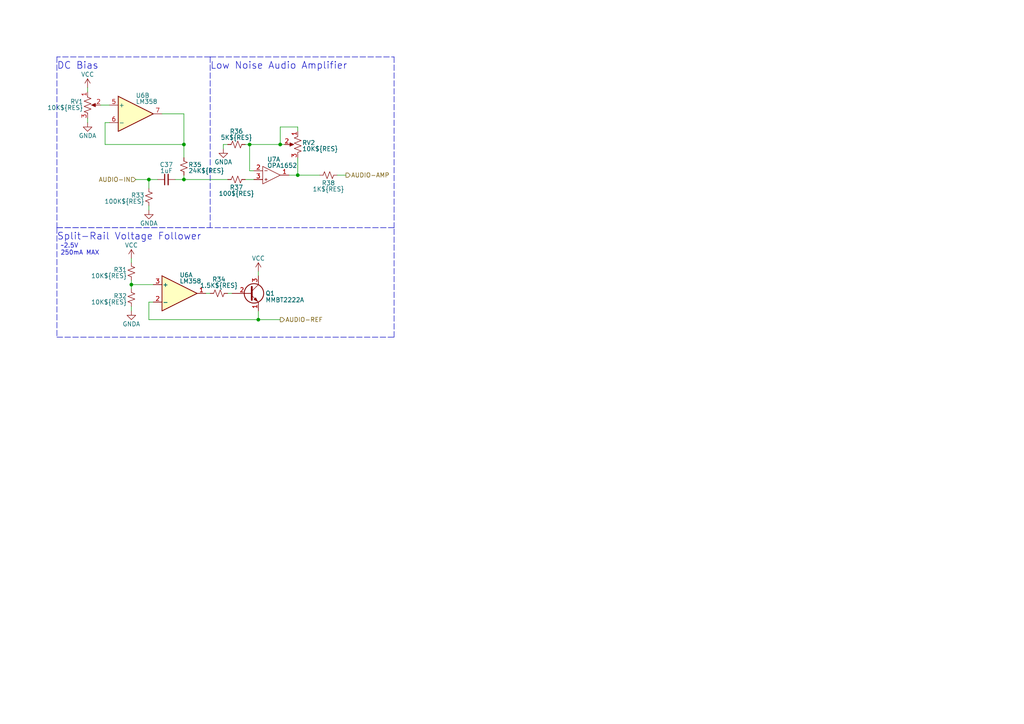
<source format=kicad_sch>
(kicad_sch (version 20211123) (generator eeschema)

  (uuid a7f8b5dd-6f02-4c15-a806-10d000b280a2)

  (paper "A4")

  (title_block
    (title "AUDIO AMPLIFIER AND BIASING")
    (rev "REV6")
    (company "Daxxn Industries")
  )

  (lib_symbols
    (symbol "Amplifier_Operational:LM358" (pin_names (offset 0.127)) (in_bom yes) (on_board yes)
      (property "Reference" "U" (id 0) (at 0 5.08 0)
        (effects (font (size 1.27 1.27)) (justify left))
      )
      (property "Value" "LM358" (id 1) (at 0 -5.08 0)
        (effects (font (size 1.27 1.27)) (justify left))
      )
      (property "Footprint" "" (id 2) (at 0 0 0)
        (effects (font (size 1.27 1.27)) hide)
      )
      (property "Datasheet" "http://www.ti.com/lit/ds/symlink/lm2904-n.pdf" (id 3) (at 0 0 0)
        (effects (font (size 1.27 1.27)) hide)
      )
      (property "ki_locked" "" (id 4) (at 0 0 0)
        (effects (font (size 1.27 1.27)))
      )
      (property "ki_keywords" "dual opamp" (id 5) (at 0 0 0)
        (effects (font (size 1.27 1.27)) hide)
      )
      (property "ki_description" "Low-Power, Dual Operational Amplifiers, DIP-8/SOIC-8/TO-99-8" (id 6) (at 0 0 0)
        (effects (font (size 1.27 1.27)) hide)
      )
      (property "ki_fp_filters" "SOIC*3.9x4.9mm*P1.27mm* DIP*W7.62mm* TO*99* OnSemi*Micro8* TSSOP*3x3mm*P0.65mm* TSSOP*4.4x3mm*P0.65mm* MSOP*3x3mm*P0.65mm* SSOP*3.9x4.9mm*P0.635mm* LFCSP*2x2mm*P0.5mm* *SIP* SOIC*5.3x6.2mm*P1.27mm*" (id 7) (at 0 0 0)
        (effects (font (size 1.27 1.27)) hide)
      )
      (symbol "LM358_1_1"
        (polyline
          (pts
            (xy -5.08 5.08)
            (xy 5.08 0)
            (xy -5.08 -5.08)
            (xy -5.08 5.08)
          )
          (stroke (width 0.254) (type default) (color 0 0 0 0))
          (fill (type background))
        )
        (pin output line (at 7.62 0 180) (length 2.54)
          (name "~" (effects (font (size 1.27 1.27))))
          (number "1" (effects (font (size 1.27 1.27))))
        )
        (pin input line (at -7.62 -2.54 0) (length 2.54)
          (name "-" (effects (font (size 1.27 1.27))))
          (number "2" (effects (font (size 1.27 1.27))))
        )
        (pin input line (at -7.62 2.54 0) (length 2.54)
          (name "+" (effects (font (size 1.27 1.27))))
          (number "3" (effects (font (size 1.27 1.27))))
        )
      )
      (symbol "LM358_2_1"
        (polyline
          (pts
            (xy -5.08 5.08)
            (xy 5.08 0)
            (xy -5.08 -5.08)
            (xy -5.08 5.08)
          )
          (stroke (width 0.254) (type default) (color 0 0 0 0))
          (fill (type background))
        )
        (pin input line (at -7.62 2.54 0) (length 2.54)
          (name "+" (effects (font (size 1.27 1.27))))
          (number "5" (effects (font (size 1.27 1.27))))
        )
        (pin input line (at -7.62 -2.54 0) (length 2.54)
          (name "-" (effects (font (size 1.27 1.27))))
          (number "6" (effects (font (size 1.27 1.27))))
        )
        (pin output line (at 7.62 0 180) (length 2.54)
          (name "~" (effects (font (size 1.27 1.27))))
          (number "7" (effects (font (size 1.27 1.27))))
        )
      )
      (symbol "LM358_3_1"
        (pin power_in line (at -2.54 -7.62 90) (length 3.81)
          (name "V-" (effects (font (size 1.27 1.27))))
          (number "4" (effects (font (size 1.27 1.27))))
        )
        (pin power_in line (at -2.54 7.62 270) (length 3.81)
          (name "V+" (effects (font (size 1.27 1.27))))
          (number "8" (effects (font (size 1.27 1.27))))
        )
      )
    )
    (symbol "Daxxn_OPAMP:OPA1652" (in_bom yes) (on_board yes)
      (property "Reference" "U" (id 0) (at 1.27 5.08 0)
        (effects (font (size 1.27 1.27)) (justify left))
      )
      (property "Value" "OPA1652" (id 1) (at 1.27 2.54 0)
        (effects (font (size 1.27 1.27)) (justify left))
      )
      (property "Footprint" "Package_SO:VSSOP-8_3.0x3.0mm_P0.65mm" (id 2) (at 0 7.62 0)
        (effects (font (size 1.27 1.27)) hide)
      )
      (property "Datasheet" "C:\\Users\\Daxxn\\Documents\\Electrical\\Datasheets\\OPA1654.pdf" (id 3) (at 0 8.89 0)
        (effects (font (size 1.27 1.27)) hide)
      )
      (property "ki_locked" "" (id 4) (at 0 0 0)
        (effects (font (size 1.27 1.27)))
      )
      (property "ki_keywords" "low noise audio opamp dual" (id 5) (at 0 0 0)
        (effects (font (size 1.27 1.27)) hide)
      )
      (property "ki_description" "Low Noise Audio OPAMP" (id 6) (at 0 0 0)
        (effects (font (size 1.27 1.27)) hide)
      )
      (symbol "OPA1652_1_0"
        (text "+" (at 0.96 -1.19 0)
          (effects (font (size 1 1)))
        )
        (text "-" (at 0.96 1.35 0)
          (effects (font (size 1 1)))
        )
        (pin output line (at 7.62 0 180) (length 2.54)
          (name "~" (effects (font (size 1.27 1.27))))
          (number "1" (effects (font (size 1.27 1.27))))
        )
        (pin input line (at -2.54 1.27 0) (length 2.54)
          (name "~" (effects (font (size 1.27 1.27))))
          (number "2" (effects (font (size 1.27 1.27))))
        )
        (pin input line (at -2.54 -1.27 0) (length 2.54)
          (name "~" (effects (font (size 1.27 1.27))))
          (number "3" (effects (font (size 1.27 1.27))))
        )
      )
      (symbol "OPA1652_1_1"
        (polyline
          (pts
            (xy 0 2.54)
            (xy 0 -2.54)
            (xy 5.08 0)
            (xy 0 2.54)
          )
          (stroke (width 0) (type default) (color 0 0 0 0))
          (fill (type none))
        )
      )
      (symbol "OPA1652_2_0"
        (text "+" (at 0.96 -1.19 0)
          (effects (font (size 1 1)))
        )
        (text "-" (at 0.96 1.35 0)
          (effects (font (size 1 1)))
        )
        (pin input line (at -2.54 -1.27 0) (length 2.54)
          (name "~" (effects (font (size 1.27 1.27))))
          (number "5" (effects (font (size 1.27 1.27))))
        )
        (pin input line (at -2.54 1.27 0) (length 2.54)
          (name "~" (effects (font (size 1.27 1.27))))
          (number "6" (effects (font (size 1.27 1.27))))
        )
        (pin output line (at 7.62 0 180) (length 2.54)
          (name "~" (effects (font (size 1.27 1.27))))
          (number "7" (effects (font (size 1.27 1.27))))
        )
      )
      (symbol "OPA1652_2_1"
        (polyline
          (pts
            (xy 0 2.54)
            (xy 0 -2.54)
            (xy 5.08 0)
            (xy 0 2.54)
          )
          (stroke (width 0) (type default) (color 0 0 0 0))
          (fill (type none))
        )
      )
      (symbol "OPA1652_3_0"
        (polyline
          (pts
            (xy -0.508 0.762)
            (xy 0 1.27)
            (xy 0.508 0.762)
          )
          (stroke (width 0) (type default) (color 0 0 0 0))
          (fill (type none))
        )
        (polyline
          (pts
            (xy 0 -1.27)
            (xy -0.508 -0.762)
            (xy 0.508 -0.762)
            (xy 0 -1.27)
          )
          (stroke (width 0) (type default) (color 0 0 0 0))
          (fill (type none))
        )
        (pin power_in line (at 0 -3.81 90) (length 2.54)
          (name "~" (effects (font (size 1.27 1.27))))
          (number "4" (effects (font (size 1.27 1.27))))
        )
        (pin power_in line (at 0 3.81 270) (length 2.54)
          (name "~" (effects (font (size 1.27 1.27))))
          (number "8" (effects (font (size 1.27 1.27))))
        )
      )
    )
    (symbol "Daxxn_Transistors:MMBT2222A" (pin_names (offset 0) hide) (in_bom yes) (on_board yes)
      (property "Reference" "Q" (id 0) (at 5.08 1.905 0)
        (effects (font (size 1.27 1.27)) (justify left))
      )
      (property "Value" "MMBT2222A" (id 1) (at 5.08 0 0)
        (effects (font (size 1.27 1.27)) (justify left))
      )
      (property "Footprint" "Package_TO_SOT_SMD:SOT-23" (id 2) (at 0 12.573 0)
        (effects (font (size 1.27 1.27) italic) (justify left) hide)
      )
      (property "Datasheet" "C:\\Users\\Daxxn\\Documents\\Electrical\\Datasheets\\MMBT2222A.pdf" (id 3) (at 0.127 14.351 0)
        (effects (font (size 1.27 1.27)) (justify left) hide)
      )
      (property "ki_keywords" "NPN Transistor smd general" (id 4) (at 0 0 0)
        (effects (font (size 1.27 1.27)) hide)
      )
      (property "ki_description" "NPN Transistor SMD SOT-23" (id 5) (at 0 0 0)
        (effects (font (size 1.27 1.27)) hide)
      )
      (property "ki_fp_filters" "TO?39*" (id 6) (at 0 0 0)
        (effects (font (size 1.27 1.27)) hide)
      )
      (symbol "MMBT2222A_0_1"
        (polyline
          (pts
            (xy 0.635 0.635)
            (xy 2.54 2.54)
          )
          (stroke (width 0) (type default) (color 0 0 0 0))
          (fill (type none))
        )
        (polyline
          (pts
            (xy 0.635 -0.635)
            (xy 2.54 -2.54)
            (xy 2.54 -2.54)
          )
          (stroke (width 0) (type default) (color 0 0 0 0))
          (fill (type none))
        )
        (polyline
          (pts
            (xy 0.635 1.905)
            (xy 0.635 -1.905)
            (xy 0.635 -1.905)
          )
          (stroke (width 0.508) (type default) (color 0 0 0 0))
          (fill (type none))
        )
        (polyline
          (pts
            (xy 1.27 -1.778)
            (xy 1.778 -1.27)
            (xy 2.286 -2.286)
            (xy 1.27 -1.778)
            (xy 1.27 -1.778)
          )
          (stroke (width 0) (type default) (color 0 0 0 0))
          (fill (type outline))
        )
        (circle (center 1.27 0) (radius 2.8194)
          (stroke (width 0.254) (type default) (color 0 0 0 0))
          (fill (type none))
        )
      )
      (symbol "MMBT2222A_1_1"
        (pin passive line (at 2.54 -5.08 90) (length 2.54)
          (name "E" (effects (font (size 1.27 1.27))))
          (number "1" (effects (font (size 1.27 1.27))))
        )
        (pin passive line (at -5.08 0 0) (length 5.715)
          (name "B" (effects (font (size 1.27 1.27))))
          (number "2" (effects (font (size 1.27 1.27))))
        )
        (pin passive line (at 2.54 5.08 270) (length 2.54)
          (name "C" (effects (font (size 1.27 1.27))))
          (number "3" (effects (font (size 1.27 1.27))))
        )
      )
    )
    (symbol "Device:C_Small" (pin_numbers hide) (pin_names (offset 0.254) hide) (in_bom yes) (on_board yes)
      (property "Reference" "C" (id 0) (at 0.254 1.778 0)
        (effects (font (size 1.27 1.27)) (justify left))
      )
      (property "Value" "C_Small" (id 1) (at 0.254 -2.032 0)
        (effects (font (size 1.27 1.27)) (justify left))
      )
      (property "Footprint" "" (id 2) (at 0 0 0)
        (effects (font (size 1.27 1.27)) hide)
      )
      (property "Datasheet" "~" (id 3) (at 0 0 0)
        (effects (font (size 1.27 1.27)) hide)
      )
      (property "ki_keywords" "capacitor cap" (id 4) (at 0 0 0)
        (effects (font (size 1.27 1.27)) hide)
      )
      (property "ki_description" "Unpolarized capacitor, small symbol" (id 5) (at 0 0 0)
        (effects (font (size 1.27 1.27)) hide)
      )
      (property "ki_fp_filters" "C_*" (id 6) (at 0 0 0)
        (effects (font (size 1.27 1.27)) hide)
      )
      (symbol "C_Small_0_1"
        (polyline
          (pts
            (xy -1.524 -0.508)
            (xy 1.524 -0.508)
          )
          (stroke (width 0.3302) (type default) (color 0 0 0 0))
          (fill (type none))
        )
        (polyline
          (pts
            (xy -1.524 0.508)
            (xy 1.524 0.508)
          )
          (stroke (width 0.3048) (type default) (color 0 0 0 0))
          (fill (type none))
        )
      )
      (symbol "C_Small_1_1"
        (pin passive line (at 0 2.54 270) (length 2.032)
          (name "~" (effects (font (size 1.27 1.27))))
          (number "1" (effects (font (size 1.27 1.27))))
        )
        (pin passive line (at 0 -2.54 90) (length 2.032)
          (name "~" (effects (font (size 1.27 1.27))))
          (number "2" (effects (font (size 1.27 1.27))))
        )
      )
    )
    (symbol "Device:R_Potentiometer_US" (pin_names (offset 1.016) hide) (in_bom yes) (on_board yes)
      (property "Reference" "RV" (id 0) (at -4.445 0 90)
        (effects (font (size 1.27 1.27)))
      )
      (property "Value" "R_Potentiometer_US" (id 1) (at -2.54 0 90)
        (effects (font (size 1.27 1.27)))
      )
      (property "Footprint" "" (id 2) (at 0 0 0)
        (effects (font (size 1.27 1.27)) hide)
      )
      (property "Datasheet" "~" (id 3) (at 0 0 0)
        (effects (font (size 1.27 1.27)) hide)
      )
      (property "ki_keywords" "resistor variable" (id 4) (at 0 0 0)
        (effects (font (size 1.27 1.27)) hide)
      )
      (property "ki_description" "Potentiometer, US symbol" (id 5) (at 0 0 0)
        (effects (font (size 1.27 1.27)) hide)
      )
      (property "ki_fp_filters" "Potentiometer*" (id 6) (at 0 0 0)
        (effects (font (size 1.27 1.27)) hide)
      )
      (symbol "R_Potentiometer_US_0_1"
        (polyline
          (pts
            (xy 0 -2.286)
            (xy 0 -2.54)
          )
          (stroke (width 0) (type default) (color 0 0 0 0))
          (fill (type none))
        )
        (polyline
          (pts
            (xy 0 2.54)
            (xy 0 2.286)
          )
          (stroke (width 0) (type default) (color 0 0 0 0))
          (fill (type none))
        )
        (polyline
          (pts
            (xy 2.54 0)
            (xy 1.524 0)
          )
          (stroke (width 0) (type default) (color 0 0 0 0))
          (fill (type none))
        )
        (polyline
          (pts
            (xy 1.143 0)
            (xy 2.286 0.508)
            (xy 2.286 -0.508)
            (xy 1.143 0)
          )
          (stroke (width 0) (type default) (color 0 0 0 0))
          (fill (type outline))
        )
        (polyline
          (pts
            (xy 0 -0.762)
            (xy 1.016 -1.143)
            (xy 0 -1.524)
            (xy -1.016 -1.905)
            (xy 0 -2.286)
          )
          (stroke (width 0) (type default) (color 0 0 0 0))
          (fill (type none))
        )
        (polyline
          (pts
            (xy 0 0.762)
            (xy 1.016 0.381)
            (xy 0 0)
            (xy -1.016 -0.381)
            (xy 0 -0.762)
          )
          (stroke (width 0) (type default) (color 0 0 0 0))
          (fill (type none))
        )
        (polyline
          (pts
            (xy 0 2.286)
            (xy 1.016 1.905)
            (xy 0 1.524)
            (xy -1.016 1.143)
            (xy 0 0.762)
          )
          (stroke (width 0) (type default) (color 0 0 0 0))
          (fill (type none))
        )
      )
      (symbol "R_Potentiometer_US_1_1"
        (pin passive line (at 0 3.81 270) (length 1.27)
          (name "1" (effects (font (size 1.27 1.27))))
          (number "1" (effects (font (size 1.27 1.27))))
        )
        (pin passive line (at 3.81 0 180) (length 1.27)
          (name "2" (effects (font (size 1.27 1.27))))
          (number "2" (effects (font (size 1.27 1.27))))
        )
        (pin passive line (at 0 -3.81 90) (length 1.27)
          (name "3" (effects (font (size 1.27 1.27))))
          (number "3" (effects (font (size 1.27 1.27))))
        )
      )
    )
    (symbol "Device:R_Small_US" (pin_numbers hide) (pin_names (offset 0.254) hide) (in_bom yes) (on_board yes)
      (property "Reference" "R" (id 0) (at 0.762 0.508 0)
        (effects (font (size 1.27 1.27)) (justify left))
      )
      (property "Value" "R_Small_US" (id 1) (at 0.762 -1.016 0)
        (effects (font (size 1.27 1.27)) (justify left))
      )
      (property "Footprint" "" (id 2) (at 0 0 0)
        (effects (font (size 1.27 1.27)) hide)
      )
      (property "Datasheet" "~" (id 3) (at 0 0 0)
        (effects (font (size 1.27 1.27)) hide)
      )
      (property "ki_keywords" "r resistor" (id 4) (at 0 0 0)
        (effects (font (size 1.27 1.27)) hide)
      )
      (property "ki_description" "Resistor, small US symbol" (id 5) (at 0 0 0)
        (effects (font (size 1.27 1.27)) hide)
      )
      (property "ki_fp_filters" "R_*" (id 6) (at 0 0 0)
        (effects (font (size 1.27 1.27)) hide)
      )
      (symbol "R_Small_US_1_1"
        (polyline
          (pts
            (xy 0 0)
            (xy 1.016 -0.381)
            (xy 0 -0.762)
            (xy -1.016 -1.143)
            (xy 0 -1.524)
          )
          (stroke (width 0) (type default) (color 0 0 0 0))
          (fill (type none))
        )
        (polyline
          (pts
            (xy 0 1.524)
            (xy 1.016 1.143)
            (xy 0 0.762)
            (xy -1.016 0.381)
            (xy 0 0)
          )
          (stroke (width 0) (type default) (color 0 0 0 0))
          (fill (type none))
        )
        (pin passive line (at 0 2.54 270) (length 1.016)
          (name "~" (effects (font (size 1.27 1.27))))
          (number "1" (effects (font (size 1.27 1.27))))
        )
        (pin passive line (at 0 -2.54 90) (length 1.016)
          (name "~" (effects (font (size 1.27 1.27))))
          (number "2" (effects (font (size 1.27 1.27))))
        )
      )
    )
    (symbol "power:GNDA" (power) (pin_names (offset 0)) (in_bom yes) (on_board yes)
      (property "Reference" "#PWR" (id 0) (at 0 -6.35 0)
        (effects (font (size 1.27 1.27)) hide)
      )
      (property "Value" "GNDA" (id 1) (at 0 -3.81 0)
        (effects (font (size 1.27 1.27)))
      )
      (property "Footprint" "" (id 2) (at 0 0 0)
        (effects (font (size 1.27 1.27)) hide)
      )
      (property "Datasheet" "" (id 3) (at 0 0 0)
        (effects (font (size 1.27 1.27)) hide)
      )
      (property "ki_keywords" "power-flag" (id 4) (at 0 0 0)
        (effects (font (size 1.27 1.27)) hide)
      )
      (property "ki_description" "Power symbol creates a global label with name \"GNDA\" , analog ground" (id 5) (at 0 0 0)
        (effects (font (size 1.27 1.27)) hide)
      )
      (symbol "GNDA_0_1"
        (polyline
          (pts
            (xy 0 0)
            (xy 0 -1.27)
            (xy 1.27 -1.27)
            (xy 0 -2.54)
            (xy -1.27 -1.27)
            (xy 0 -1.27)
          )
          (stroke (width 0) (type default) (color 0 0 0 0))
          (fill (type none))
        )
      )
      (symbol "GNDA_1_1"
        (pin power_in line (at 0 0 270) (length 0) hide
          (name "GNDA" (effects (font (size 1.27 1.27))))
          (number "1" (effects (font (size 1.27 1.27))))
        )
      )
    )
    (symbol "power:VCC" (power) (pin_names (offset 0)) (in_bom yes) (on_board yes)
      (property "Reference" "#PWR" (id 0) (at 0 -3.81 0)
        (effects (font (size 1.27 1.27)) hide)
      )
      (property "Value" "VCC" (id 1) (at 0 3.81 0)
        (effects (font (size 1.27 1.27)))
      )
      (property "Footprint" "" (id 2) (at 0 0 0)
        (effects (font (size 1.27 1.27)) hide)
      )
      (property "Datasheet" "" (id 3) (at 0 0 0)
        (effects (font (size 1.27 1.27)) hide)
      )
      (property "ki_keywords" "power-flag" (id 4) (at 0 0 0)
        (effects (font (size 1.27 1.27)) hide)
      )
      (property "ki_description" "Power symbol creates a global label with name \"VCC\"" (id 5) (at 0 0 0)
        (effects (font (size 1.27 1.27)) hide)
      )
      (symbol "VCC_0_1"
        (polyline
          (pts
            (xy -0.762 1.27)
            (xy 0 2.54)
          )
          (stroke (width 0) (type default) (color 0 0 0 0))
          (fill (type none))
        )
        (polyline
          (pts
            (xy 0 0)
            (xy 0 2.54)
          )
          (stroke (width 0) (type default) (color 0 0 0 0))
          (fill (type none))
        )
        (polyline
          (pts
            (xy 0 2.54)
            (xy 0.762 1.27)
          )
          (stroke (width 0) (type default) (color 0 0 0 0))
          (fill (type none))
        )
      )
      (symbol "VCC_1_1"
        (pin power_in line (at 0 0 90) (length 0) hide
          (name "VCC" (effects (font (size 1.27 1.27))))
          (number "1" (effects (font (size 1.27 1.27))))
        )
      )
    )
  )

  (junction (at 72.39 41.91) (diameter 0) (color 0 0 0 0)
    (uuid 200eef74-d239-4745-b0f7-d4ef4d845c59)
  )
  (junction (at 38.1 82.55) (diameter 0) (color 0 0 0 0)
    (uuid 38342ce4-5dfc-4b8a-9a6a-b7488f80736c)
  )
  (junction (at 53.34 41.91) (diameter 0) (color 0 0 0 0)
    (uuid 4195731a-f2e7-4eb7-82b2-05eaf1ddda2d)
  )
  (junction (at 81.28 41.91) (diameter 0) (color 0 0 0 0)
    (uuid 5cc16230-d746-4030-8420-2505c2db38be)
  )
  (junction (at 74.93 92.71) (diameter 0) (color 0 0 0 0)
    (uuid 692591d5-207c-409d-b446-84ca9d836339)
  )
  (junction (at 86.36 50.8) (diameter 0) (color 0 0 0 0)
    (uuid 7dc5869c-458f-47ac-b256-30a91d0b4855)
  )
  (junction (at 53.34 52.07) (diameter 0) (color 0 0 0 0)
    (uuid 8aeaa8a0-9ffd-46f9-844e-9754ee5b22a0)
  )
  (junction (at 43.18 52.07) (diameter 0) (color 0 0 0 0)
    (uuid cfce196a-1233-4118-9500-772ccb64e11d)
  )

  (wire (pts (xy 38.1 74.93) (xy 38.1 76.2))
    (stroke (width 0) (type default) (color 0 0 0 0))
    (uuid 01feeb10-51bb-439b-a673-a50e12c4098c)
  )
  (wire (pts (xy 71.12 52.07) (xy 73.66 52.07))
    (stroke (width 0) (type default) (color 0 0 0 0))
    (uuid 08d4fb82-6db4-4d5d-85d6-30d3cc91bc4b)
  )
  (wire (pts (xy 66.04 85.09) (xy 67.31 85.09))
    (stroke (width 0) (type default) (color 0 0 0 0))
    (uuid 0f50b43c-ffc8-4756-8124-92bc6bc928ec)
  )
  (polyline (pts (xy 16.51 66.04) (xy 60.96 66.04))
    (stroke (width 0) (type default) (color 0 0 0 0))
    (uuid 13df2729-38c7-4f00-841d-38f0beb31d40)
  )

  (wire (pts (xy 72.39 49.53) (xy 73.66 49.53))
    (stroke (width 0) (type default) (color 0 0 0 0))
    (uuid 26766e36-c7d1-4784-ae7d-0a7163af5a93)
  )
  (wire (pts (xy 46.99 33.02) (xy 53.34 33.02))
    (stroke (width 0) (type default) (color 0 0 0 0))
    (uuid 27e9f070-1b51-4d1a-930b-3e6bddae6be2)
  )
  (wire (pts (xy 83.82 50.8) (xy 86.36 50.8))
    (stroke (width 0) (type default) (color 0 0 0 0))
    (uuid 2daf086c-c916-4f64-b8c6-d84d040bc3c2)
  )
  (polyline (pts (xy 16.51 66.04) (xy 60.96 66.04))
    (stroke (width 0) (type default) (color 0 0 0 0))
    (uuid 3419f4b7-b42d-480f-9243-74bf1af4e28e)
  )

  (wire (pts (xy 53.34 52.07) (xy 66.04 52.07))
    (stroke (width 0) (type default) (color 0 0 0 0))
    (uuid 373358e1-befb-4534-a264-aae07451d54f)
  )
  (wire (pts (xy 53.34 50.8) (xy 53.34 52.07))
    (stroke (width 0) (type default) (color 0 0 0 0))
    (uuid 37c7dee9-f4e6-433b-a1e5-6de8ba7893c3)
  )
  (wire (pts (xy 43.18 87.63) (xy 43.18 92.71))
    (stroke (width 0) (type default) (color 0 0 0 0))
    (uuid 3ad0edff-ea2b-4528-b86a-1373fc3c6fee)
  )
  (wire (pts (xy 81.28 41.91) (xy 81.28 36.83))
    (stroke (width 0) (type default) (color 0 0 0 0))
    (uuid 43b756f1-6595-4485-ab77-f6c12fcacb9b)
  )
  (wire (pts (xy 53.34 41.91) (xy 53.34 33.02))
    (stroke (width 0) (type default) (color 0 0 0 0))
    (uuid 49d528d2-a0c8-4043-99ae-60e2634cb8dd)
  )
  (wire (pts (xy 74.93 92.71) (xy 81.28 92.71))
    (stroke (width 0) (type default) (color 0 0 0 0))
    (uuid 4b808b42-bc40-4a4c-9a52-856d810a140f)
  )
  (wire (pts (xy 38.1 82.55) (xy 44.45 82.55))
    (stroke (width 0) (type default) (color 0 0 0 0))
    (uuid 578e2f77-7103-40a3-b493-f1cc1822dc94)
  )
  (wire (pts (xy 30.48 35.56) (xy 30.48 41.91))
    (stroke (width 0) (type default) (color 0 0 0 0))
    (uuid 5b3339ce-4f19-43eb-81d0-eeeb93c62479)
  )
  (wire (pts (xy 100.33 50.8) (xy 97.79 50.8))
    (stroke (width 0) (type default) (color 0 0 0 0))
    (uuid 62dc094b-1c03-4b2b-974d-36546688cb04)
  )
  (wire (pts (xy 25.4 25.4) (xy 25.4 26.67))
    (stroke (width 0) (type default) (color 0 0 0 0))
    (uuid 64c6eb77-37db-4d4f-a641-e7520a46fd81)
  )
  (wire (pts (xy 30.48 41.91) (xy 53.34 41.91))
    (stroke (width 0) (type default) (color 0 0 0 0))
    (uuid 66bdfca0-ed7b-4cda-98f9-34f4ce538a9d)
  )
  (wire (pts (xy 43.18 92.71) (xy 74.93 92.71))
    (stroke (width 0) (type default) (color 0 0 0 0))
    (uuid 698822bb-0d89-4726-bf17-44edeb0ada9e)
  )
  (polyline (pts (xy 114.3 97.79) (xy 114.3 66.04))
    (stroke (width 0) (type default) (color 0 0 0 0))
    (uuid 6ab96b83-b371-4d70-ac72-a270feb112e9)
  )
  (polyline (pts (xy 60.96 16.51) (xy 114.3 16.51))
    (stroke (width 0) (type default) (color 0 0 0 0))
    (uuid 7290f891-4f15-468e-9b38-56ca20ee4526)
  )

  (wire (pts (xy 25.4 34.29) (xy 25.4 35.56))
    (stroke (width 0) (type default) (color 0 0 0 0))
    (uuid 7c384d8d-a076-4e5f-b81b-d6099181a883)
  )
  (polyline (pts (xy 16.51 16.51) (xy 16.51 66.04))
    (stroke (width 0) (type default) (color 0 0 0 0))
    (uuid 8263c227-6783-45e1-a842-a90aa995cdf6)
  )

  (wire (pts (xy 43.18 52.07) (xy 45.72 52.07))
    (stroke (width 0) (type default) (color 0 0 0 0))
    (uuid 861b0ef0-f1d5-46e2-a88e-963fa0c097db)
  )
  (wire (pts (xy 81.28 41.91) (xy 82.55 41.91))
    (stroke (width 0) (type default) (color 0 0 0 0))
    (uuid 963a82c6-c602-40d8-849b-8e683292c3fa)
  )
  (wire (pts (xy 29.21 30.48) (xy 31.75 30.48))
    (stroke (width 0) (type default) (color 0 0 0 0))
    (uuid 973a4141-859c-4bdf-9644-d5bfdb3675c8)
  )
  (wire (pts (xy 38.1 81.28) (xy 38.1 82.55))
    (stroke (width 0) (type default) (color 0 0 0 0))
    (uuid 9d992a5b-7606-4f33-9376-c791048164a1)
  )
  (wire (pts (xy 59.69 85.09) (xy 60.96 85.09))
    (stroke (width 0) (type default) (color 0 0 0 0))
    (uuid a48d7466-d309-44cc-a3c6-a9e4f3c62712)
  )
  (wire (pts (xy 86.36 45.72) (xy 86.36 50.8))
    (stroke (width 0) (type default) (color 0 0 0 0))
    (uuid ac668ad9-19bb-4584-bca4-b54b32fea776)
  )
  (wire (pts (xy 43.18 54.61) (xy 43.18 52.07))
    (stroke (width 0) (type default) (color 0 0 0 0))
    (uuid aca925bb-d5c2-4f56-a60e-7ae611a40a90)
  )
  (polyline (pts (xy 60.96 16.51) (xy 60.96 66.04))
    (stroke (width 0) (type default) (color 0 0 0 0))
    (uuid ae036904-d310-4757-9ff8-30c2c229f4e6)
  )

  (wire (pts (xy 38.1 88.9) (xy 38.1 90.17))
    (stroke (width 0) (type default) (color 0 0 0 0))
    (uuid afd66b48-30b6-4a4c-9d34-7624ff5fafb8)
  )
  (wire (pts (xy 64.77 41.91) (xy 66.04 41.91))
    (stroke (width 0) (type default) (color 0 0 0 0))
    (uuid b37123c1-f5c2-4364-afa3-836a0eb0fcc1)
  )
  (wire (pts (xy 39.37 52.07) (xy 43.18 52.07))
    (stroke (width 0) (type default) (color 0 0 0 0))
    (uuid b8399803-7eea-43cb-a584-05dbcddac11a)
  )
  (wire (pts (xy 74.93 80.01) (xy 74.93 78.74))
    (stroke (width 0) (type default) (color 0 0 0 0))
    (uuid bafcbf31-f340-4f3a-933c-4285e8b41f5d)
  )
  (wire (pts (xy 72.39 41.91) (xy 81.28 41.91))
    (stroke (width 0) (type default) (color 0 0 0 0))
    (uuid c1b76fe8-d8f1-4875-9c6d-901f486ce958)
  )
  (wire (pts (xy 86.36 50.8) (xy 92.71 50.8))
    (stroke (width 0) (type default) (color 0 0 0 0))
    (uuid c3629e51-89f7-4d63-8152-fe0209c8e42d)
  )
  (wire (pts (xy 53.34 52.07) (xy 50.8 52.07))
    (stroke (width 0) (type default) (color 0 0 0 0))
    (uuid c3dddb83-5cc7-4812-9a8e-c55df380bce8)
  )
  (wire (pts (xy 43.18 87.63) (xy 44.45 87.63))
    (stroke (width 0) (type default) (color 0 0 0 0))
    (uuid c62525fd-7ac8-4337-b4f7-7e592a30f09f)
  )
  (wire (pts (xy 53.34 41.91) (xy 53.34 45.72))
    (stroke (width 0) (type default) (color 0 0 0 0))
    (uuid cbc1da45-a5d5-4856-b7ea-a63cc8509fc5)
  )
  (wire (pts (xy 64.77 43.18) (xy 64.77 41.91))
    (stroke (width 0) (type default) (color 0 0 0 0))
    (uuid d23e7210-a047-4ed9-bb7f-44fab0e3de37)
  )
  (polyline (pts (xy 60.96 16.51) (xy 16.51 16.51))
    (stroke (width 0) (type default) (color 0 0 0 0))
    (uuid d51eff0f-1925-4a4a-a038-dc518dd1d4de)
  )
  (polyline (pts (xy 16.51 66.04) (xy 16.51 97.79))
    (stroke (width 0) (type default) (color 0 0 0 0))
    (uuid e36bda0d-89fc-4be4-97b4-8373b526e5ec)
  )

  (wire (pts (xy 86.36 36.83) (xy 86.36 38.1))
    (stroke (width 0) (type default) (color 0 0 0 0))
    (uuid e57d922b-ca31-491c-a40b-7222ef52acbc)
  )
  (polyline (pts (xy 114.3 16.51) (xy 114.3 66.04))
    (stroke (width 0) (type default) (color 0 0 0 0))
    (uuid e841268f-57f4-468c-b44b-6b58cf16f4f3)
  )

  (wire (pts (xy 43.18 59.69) (xy 43.18 60.96))
    (stroke (width 0) (type default) (color 0 0 0 0))
    (uuid e86239a6-0b2c-42d1-8ce4-5c825de0db01)
  )
  (wire (pts (xy 31.75 35.56) (xy 30.48 35.56))
    (stroke (width 0) (type default) (color 0 0 0 0))
    (uuid e95b1d8e-2e4e-4877-9121-2ee2965866b4)
  )
  (polyline (pts (xy 114.3 66.04) (xy 60.96 66.04))
    (stroke (width 0) (type default) (color 0 0 0 0))
    (uuid ea4b161b-6853-4478-bb51-f1da456285d2)
  )

  (wire (pts (xy 74.93 90.17) (xy 74.93 92.71))
    (stroke (width 0) (type default) (color 0 0 0 0))
    (uuid ed6bbb55-2da0-4967-befd-cfbbab2cf4c1)
  )
  (wire (pts (xy 71.12 41.91) (xy 72.39 41.91))
    (stroke (width 0) (type default) (color 0 0 0 0))
    (uuid eea01936-23b0-46d9-acaf-482a3965a614)
  )
  (wire (pts (xy 38.1 82.55) (xy 38.1 83.82))
    (stroke (width 0) (type default) (color 0 0 0 0))
    (uuid f2357649-717c-42a7-aeeb-0dedab3c7753)
  )
  (wire (pts (xy 72.39 49.53) (xy 72.39 41.91))
    (stroke (width 0) (type default) (color 0 0 0 0))
    (uuid f4da6e37-7369-4af4-a5c9-65922c860231)
  )
  (polyline (pts (xy 16.51 97.79) (xy 114.3 97.79))
    (stroke (width 0) (type default) (color 0 0 0 0))
    (uuid fa909a6b-af4d-49c1-8e46-102a6bf01e21)
  )

  (wire (pts (xy 81.28 36.83) (xy 86.36 36.83))
    (stroke (width 0) (type default) (color 0 0 0 0))
    (uuid ff897e16-f8aa-474e-ab4f-ed3c9973559f)
  )

  (text "~2.5V\n250mA MAX" (at 17.526 74.168 0)
    (effects (font (size 1.27 1.27)) (justify left bottom))
    (uuid 12a03397-1dc4-4682-84b6-8a2d4934c717)
  )
  (text "Low Noise Audio Amplifier" (at 60.96 20.32 0)
    (effects (font (size 2 2)) (justify left bottom))
    (uuid 488764b0-a304-41ab-9fb4-c379e6bf3679)
  )
  (text "DC Bias" (at 16.51 20.32 0)
    (effects (font (size 2 2)) (justify left bottom))
    (uuid 96e3a301-7464-4405-8755-e8994c1bc4b3)
  )
  (text "Split-Rail Voltage Follower" (at 16.51 69.85 0)
    (effects (font (size 2 2)) (justify left bottom))
    (uuid b1e47d52-127d-4273-83a9-01e72a674da3)
  )

  (hierarchical_label "AUDIO-REF" (shape output) (at 81.28 92.71 0)
    (effects (font (size 1.27 1.27)) (justify left))
    (uuid 1597a982-1e81-4b9e-93c3-edf3333bd708)
  )
  (hierarchical_label "AUDIO-IN" (shape input) (at 39.37 52.07 180)
    (effects (font (size 1.27 1.27)) (justify right))
    (uuid 55c791aa-d1b6-48eb-bb67-15860f7f8d3d)
  )
  (hierarchical_label "AUDIO-AMP" (shape output) (at 100.33 50.8 0)
    (effects (font (size 1.27 1.27)) (justify left))
    (uuid edb3778e-9047-44fd-991e-9cd5d9da84fe)
  )

  (symbol (lib_id "Device:R_Small_US") (at 68.58 41.91 90) (unit 1)
    (in_bom yes) (on_board yes)
    (uuid 0109db45-551f-4817-a28e-94adde507979)
    (property "Reference" "R36" (id 0) (at 68.58 38.1 90))
    (property "Value" "5K${RES}" (id 1) (at 68.58 39.878 90))
    (property "Footprint" "Resistor_SMD:R_0805_2012Metric" (id 2) (at 68.58 41.91 0)
      (effects (font (size 1.27 1.27)) hide)
    )
    (property "Datasheet" "~" (id 3) (at 68.58 41.91 0)
      (effects (font (size 1.27 1.27)) hide)
    )
    (pin "1" (uuid 2ecf2313-7a8a-455f-b8d9-7b0f4f9e8ac9))
    (pin "2" (uuid 1fac6e98-68e4-492c-8ef0-ca5fdcbe92fb))
  )

  (symbol (lib_id "Device:R_Small_US") (at 68.58 52.07 270) (unit 1)
    (in_bom yes) (on_board yes)
    (uuid 0cdb4df6-0de7-4328-a970-6acc68dc95b7)
    (property "Reference" "R37" (id 0) (at 68.58 54.356 90))
    (property "Value" "100${RES}" (id 1) (at 68.58 56.134 90))
    (property "Footprint" "Resistor_SMD:R_0805_2012Metric" (id 2) (at 68.58 52.07 0)
      (effects (font (size 1.27 1.27)) hide)
    )
    (property "Datasheet" "~" (id 3) (at 68.58 52.07 0)
      (effects (font (size 1.27 1.27)) hide)
    )
    (pin "1" (uuid 51c2292a-4f7a-4041-8ef7-cef4467db6cb))
    (pin "2" (uuid b9232406-c7b1-44f1-9299-83dc642d37d5))
  )

  (symbol (lib_id "Amplifier_Operational:LM358") (at 39.37 33.02 0) (unit 2)
    (in_bom yes) (on_board yes)
    (uuid 24f6e084-7076-48c2-a9c8-c6de4b7e04ef)
    (property "Reference" "U6" (id 0) (at 39.37 27.686 0)
      (effects (font (size 1.27 1.27)) (justify left))
    )
    (property "Value" "LM358" (id 1) (at 39.37 29.464 0)
      (effects (font (size 1.27 1.27)) (justify left))
    )
    (property "Footprint" "Package_SO:TSSOP-8_4.4x3mm_P0.65mm" (id 2) (at 39.37 33.02 0)
      (effects (font (size 1.27 1.27)) hide)
    )
    (property "Datasheet" "http://www.ti.com/lit/ds/symlink/lm2904-n.pdf" (id 3) (at 39.37 33.02 0)
      (effects (font (size 1.27 1.27)) hide)
    )
    (pin "1" (uuid d44097d5-df52-425f-8f63-ccaaa2ebb00a))
    (pin "2" (uuid 219a651b-915b-41f4-8e31-e7554c67f9ef))
    (pin "3" (uuid e8244faa-d010-42d8-ad46-f715a8e808b6))
    (pin "5" (uuid 36e69d2e-ce88-49f2-b0d3-e93b04a9df9e))
    (pin "6" (uuid d85b6cf6-6dd7-4ccb-a598-18628953a820))
    (pin "7" (uuid d29106ef-6fed-4d16-a176-c15b8a5773da))
    (pin "4" (uuid c17d7c77-2639-4edc-9784-1f2de62838ba))
    (pin "8" (uuid 124283cf-9d5d-44d5-add6-52664dae8025))
  )

  (symbol (lib_id "power:VCC") (at 74.93 78.74 0) (unit 1)
    (in_bom yes) (on_board yes)
    (uuid 3167104b-ba7f-440f-9b3d-6950ecf2e809)
    (property "Reference" "#PWR032" (id 0) (at 74.93 82.55 0)
      (effects (font (size 1.27 1.27)) hide)
    )
    (property "Value" "VCC" (id 1) (at 74.93 74.93 0))
    (property "Footprint" "" (id 2) (at 74.93 78.74 0)
      (effects (font (size 1.27 1.27)) hide)
    )
    (property "Datasheet" "" (id 3) (at 74.93 78.74 0)
      (effects (font (size 1.27 1.27)) hide)
    )
    (pin "1" (uuid 57946402-22c5-4ae0-b0dd-d7f8cc49e7c1))
  )

  (symbol (lib_id "Device:C_Small") (at 48.26 52.07 90) (unit 1)
    (in_bom yes) (on_board yes)
    (uuid 48aa99ba-82a9-454a-aff0-57e7413b330d)
    (property "Reference" "C37" (id 0) (at 48.26 47.752 90))
    (property "Value" "1uF" (id 1) (at 48.26 49.53 90))
    (property "Footprint" "Capacitor_SMD:C_0805_2012Metric" (id 2) (at 48.26 52.07 0)
      (effects (font (size 1.27 1.27)) hide)
    )
    (property "Datasheet" "~" (id 3) (at 48.26 52.07 0)
      (effects (font (size 1.27 1.27)) hide)
    )
    (pin "1" (uuid 4a4fb17c-d3e2-428c-ba5e-09a4c17b4903))
    (pin "2" (uuid c1f62adf-037d-47ef-a0ab-e409474dc377))
  )

  (symbol (lib_id "power:GNDA") (at 25.4 35.56 0) (unit 1)
    (in_bom yes) (on_board yes)
    (uuid 540ebe76-20db-48d9-8db4-c5f8e9f90a14)
    (property "Reference" "#PWR0106" (id 0) (at 25.4 41.91 0)
      (effects (font (size 1.27 1.27)) hide)
    )
    (property "Value" "GNDA" (id 1) (at 25.4 39.37 0))
    (property "Footprint" "" (id 2) (at 25.4 35.56 0)
      (effects (font (size 1.27 1.27)) hide)
    )
    (property "Datasheet" "" (id 3) (at 25.4 35.56 0)
      (effects (font (size 1.27 1.27)) hide)
    )
    (pin "1" (uuid 72e040b5-4583-454d-b0c8-92227bf39d49))
  )

  (symbol (lib_id "power:VCC") (at 25.4 25.4 0) (unit 1)
    (in_bom yes) (on_board yes)
    (uuid 57b481e5-8b3f-408a-a7df-db89640ff85a)
    (property "Reference" "#PWR026" (id 0) (at 25.4 29.21 0)
      (effects (font (size 1.27 1.27)) hide)
    )
    (property "Value" "VCC" (id 1) (at 25.4 21.59 0))
    (property "Footprint" "" (id 2) (at 25.4 25.4 0)
      (effects (font (size 1.27 1.27)) hide)
    )
    (property "Datasheet" "" (id 3) (at 25.4 25.4 0)
      (effects (font (size 1.27 1.27)) hide)
    )
    (pin "1" (uuid e0f0ac4a-6502-4ec0-8dff-25db79a3c2f2))
  )

  (symbol (lib_id "Device:R_Small_US") (at 53.34 48.26 180) (unit 1)
    (in_bom yes) (on_board yes)
    (uuid 5d4c97da-f1fb-45a5-91b7-e171a98d3a2a)
    (property "Reference" "R35" (id 0) (at 54.61 47.752 0)
      (effects (font (size 1.27 1.27)) (justify right))
    )
    (property "Value" "24K${RES}" (id 1) (at 54.61 49.53 0)
      (effects (font (size 1.27 1.27)) (justify right))
    )
    (property "Footprint" "Resistor_SMD:R_0805_2012Metric" (id 2) (at 53.34 48.26 0)
      (effects (font (size 1.27 1.27)) hide)
    )
    (property "Datasheet" "~" (id 3) (at 53.34 48.26 0)
      (effects (font (size 1.27 1.27)) hide)
    )
    (pin "1" (uuid 6727eddc-5ed9-4ed6-8c22-9ae25851ac6f))
    (pin "2" (uuid fbd801ee-99f4-48ed-a8c1-d8dd993d7252))
  )

  (symbol (lib_id "Device:R_Potentiometer_US") (at 25.4 30.48 0) (unit 1)
    (in_bom yes) (on_board yes)
    (uuid 77f8a8e1-f3a6-4593-b6c9-c54a6d18123f)
    (property "Reference" "RV1" (id 0) (at 24.13 29.464 0)
      (effects (font (size 1.27 1.27)) (justify right))
    )
    (property "Value" "10K${RES}" (id 1) (at 24.13 31.242 0)
      (effects (font (size 1.27 1.27)) (justify right))
    )
    (property "Footprint" "Potentiometer_THT:Potentiometer_Bourns_3296W_Vertical" (id 2) (at 25.4 30.48 0)
      (effects (font (size 1.27 1.27)) hide)
    )
    (property "Datasheet" "~" (id 3) (at 25.4 30.48 0)
      (effects (font (size 1.27 1.27)) hide)
    )
    (pin "1" (uuid bef343f8-be25-49e7-803c-34e8829a2128))
    (pin "2" (uuid e8cf6fe8-a80d-4175-b973-c9574f2f073b))
    (pin "3" (uuid ac92b718-0e8e-4094-975b-0da8ae370ffa))
  )

  (symbol (lib_id "power:VCC") (at 38.1 74.93 0) (unit 1)
    (in_bom yes) (on_board yes)
    (uuid 7fc1d255-7afd-44dd-9b55-6bd439178aec)
    (property "Reference" "#PWR028" (id 0) (at 38.1 78.74 0)
      (effects (font (size 1.27 1.27)) hide)
    )
    (property "Value" "VCC" (id 1) (at 38.1 71.12 0))
    (property "Footprint" "" (id 2) (at 38.1 74.93 0)
      (effects (font (size 1.27 1.27)) hide)
    )
    (property "Datasheet" "" (id 3) (at 38.1 74.93 0)
      (effects (font (size 1.27 1.27)) hide)
    )
    (pin "1" (uuid 5f293731-3b94-4d33-a343-cbf65157eeb7))
  )

  (symbol (lib_id "power:GNDA") (at 43.18 60.96 0) (unit 1)
    (in_bom yes) (on_board yes)
    (uuid 8e54d6d4-3b6a-44db-9bf8-6e288f6300c5)
    (property "Reference" "#PWR0107" (id 0) (at 43.18 67.31 0)
      (effects (font (size 1.27 1.27)) hide)
    )
    (property "Value" "GNDA" (id 1) (at 43.18 64.77 0))
    (property "Footprint" "" (id 2) (at 43.18 60.96 0)
      (effects (font (size 1.27 1.27)) hide)
    )
    (property "Datasheet" "" (id 3) (at 43.18 60.96 0)
      (effects (font (size 1.27 1.27)) hide)
    )
    (pin "1" (uuid 2f0fc04a-1c91-4a8e-a2e9-773249465755))
  )

  (symbol (lib_id "power:GNDA") (at 64.77 43.18 0) (unit 1)
    (in_bom yes) (on_board yes)
    (uuid 950563a8-0244-4337-9502-00715352770b)
    (property "Reference" "#PWR0117" (id 0) (at 64.77 49.53 0)
      (effects (font (size 1.27 1.27)) hide)
    )
    (property "Value" "GNDA" (id 1) (at 64.77 46.99 0))
    (property "Footprint" "" (id 2) (at 64.77 43.18 0)
      (effects (font (size 1.27 1.27)) hide)
    )
    (property "Datasheet" "" (id 3) (at 64.77 43.18 0)
      (effects (font (size 1.27 1.27)) hide)
    )
    (pin "1" (uuid c0e4f6f0-a6c8-4bd2-8f2f-60932e5b60ed))
  )

  (symbol (lib_id "Daxxn_Transistors:MMBT2222A") (at 72.39 85.09 0) (unit 1)
    (in_bom yes) (on_board yes)
    (uuid a6f9db53-756a-4be9-a3e4-97c4745110ad)
    (property "Reference" "Q1" (id 0) (at 76.962 85.09 0)
      (effects (font (size 1.27 1.27)) (justify left))
    )
    (property "Value" "MMBT2222A" (id 1) (at 76.962 86.995 0)
      (effects (font (size 1.27 1.27)) (justify left))
    )
    (property "Footprint" "Package_TO_SOT_SMD:SOT-23" (id 2) (at 77.47 86.995 0)
      (effects (font (size 1.27 1.27) italic) (justify left) hide)
    )
    (property "Datasheet" "C:\\Users\\Daxxn\\Documents\\Electrical\\Datasheets\\MMBT2222A.pdf" (id 3) (at 72.39 85.09 0)
      (effects (font (size 1.27 1.27)) (justify left) hide)
    )
    (pin "1" (uuid f3b4486d-25d8-4bdb-81c4-4c1ea0d660e9))
    (pin "2" (uuid 310d15b3-b4b1-4238-afbd-8d875427389f))
    (pin "3" (uuid 7a94f85a-b5b2-4f32-997c-718b5040081d))
  )

  (symbol (lib_id "Device:R_Potentiometer_US") (at 86.36 41.91 0) (mirror y) (unit 1)
    (in_bom yes) (on_board yes)
    (uuid afa8d3dd-ecfb-45a9-9288-47ec9e52684c)
    (property "Reference" "RV2" (id 0) (at 87.63 41.402 0)
      (effects (font (size 1.27 1.27)) (justify right))
    )
    (property "Value" "10K${RES}" (id 1) (at 87.63 43.18 0)
      (effects (font (size 1.27 1.27)) (justify right))
    )
    (property "Footprint" "Potentiometer_THT:Potentiometer_Bourns_3296W_Vertical" (id 2) (at 86.36 41.91 0)
      (effects (font (size 1.27 1.27)) hide)
    )
    (property "Datasheet" "~" (id 3) (at 86.36 41.91 0)
      (effects (font (size 1.27 1.27)) hide)
    )
    (pin "1" (uuid b16aa0ea-b395-4318-83e9-415bd28f40a5))
    (pin "2" (uuid 452840c7-cb0e-44d9-8f87-6c157e53e83b))
    (pin "3" (uuid 0ea4a57f-aefa-462c-a186-79f9305b9ed4))
  )

  (symbol (lib_id "Device:R_Small_US") (at 43.18 57.15 180) (unit 1)
    (in_bom yes) (on_board yes)
    (uuid bb688543-ee31-4082-ba8c-6c124d2db461)
    (property "Reference" "R33" (id 0) (at 41.91 56.642 0)
      (effects (font (size 1.27 1.27)) (justify left))
    )
    (property "Value" "100K${RES}" (id 1) (at 41.91 58.42 0)
      (effects (font (size 1.27 1.27)) (justify left))
    )
    (property "Footprint" "Resistor_SMD:R_0805_2012Metric" (id 2) (at 43.18 57.15 0)
      (effects (font (size 1.27 1.27)) hide)
    )
    (property "Datasheet" "~" (id 3) (at 43.18 57.15 0)
      (effects (font (size 1.27 1.27)) hide)
    )
    (pin "1" (uuid ba541257-541e-4ce2-b3fd-8a3c6a736199))
    (pin "2" (uuid e8b62fd3-e62b-42ef-800e-6c62195b3ac9))
  )

  (symbol (lib_id "Device:R_Small_US") (at 38.1 86.36 180) (unit 1)
    (in_bom yes) (on_board yes)
    (uuid bd4757e1-1549-4ad2-bb13-22bfb78ed21d)
    (property "Reference" "R32" (id 0) (at 36.83 85.852 0)
      (effects (font (size 1.27 1.27)) (justify left))
    )
    (property "Value" "10K${RES}" (id 1) (at 36.83 87.63 0)
      (effects (font (size 1.27 1.27)) (justify left))
    )
    (property "Footprint" "Resistor_SMD:R_0805_2012Metric" (id 2) (at 38.1 86.36 0)
      (effects (font (size 1.27 1.27)) hide)
    )
    (property "Datasheet" "~" (id 3) (at 38.1 86.36 0)
      (effects (font (size 1.27 1.27)) hide)
    )
    (pin "1" (uuid 871df68f-e84b-4b29-904c-f1e551be1b6d))
    (pin "2" (uuid 6fdf3683-d8c2-43f0-9724-d6a38ed8ac51))
  )

  (symbol (lib_id "Device:R_Small_US") (at 63.5 85.09 270) (unit 1)
    (in_bom yes) (on_board yes)
    (uuid be66c0b2-b205-403c-8122-84c89955188d)
    (property "Reference" "R34" (id 0) (at 63.5 81.026 90))
    (property "Value" "1.5K${RES}" (id 1) (at 63.5 82.804 90))
    (property "Footprint" "Resistor_SMD:R_0805_2012Metric" (id 2) (at 63.5 85.09 0)
      (effects (font (size 1.27 1.27)) hide)
    )
    (property "Datasheet" "~" (id 3) (at 63.5 85.09 0)
      (effects (font (size 1.27 1.27)) hide)
    )
    (pin "1" (uuid 4b545647-9991-4885-8d1e-d7024687dfce))
    (pin "2" (uuid 58fc5390-a910-463d-82a0-b7fd73d13418))
  )

  (symbol (lib_id "Amplifier_Operational:LM358") (at 52.07 85.09 0) (unit 1)
    (in_bom yes) (on_board yes)
    (uuid c9cfb148-54b3-4eef-a376-389fc6fe81b9)
    (property "Reference" "U6" (id 0) (at 52.07 79.756 0)
      (effects (font (size 1.27 1.27)) (justify left))
    )
    (property "Value" "LM358" (id 1) (at 52.07 81.534 0)
      (effects (font (size 1.27 1.27)) (justify left))
    )
    (property "Footprint" "Package_SO:TSSOP-8_4.4x3mm_P0.65mm" (id 2) (at 52.07 85.09 0)
      (effects (font (size 1.27 1.27)) hide)
    )
    (property "Datasheet" "http://www.ti.com/lit/ds/symlink/lm2904-n.pdf" (id 3) (at 52.07 85.09 0)
      (effects (font (size 1.27 1.27)) hide)
    )
    (pin "1" (uuid eee51d5e-9c18-453c-934d-2be17a09ea5e))
    (pin "2" (uuid ef000350-65f1-4bad-89ca-577b9c961342))
    (pin "3" (uuid 116c2342-3df8-4558-9233-40ef5433b341))
    (pin "5" (uuid 107a9a58-418f-43e3-8fb3-7d15bc0d093b))
    (pin "6" (uuid 5d269f94-562b-4836-9884-c63136fd7537))
    (pin "7" (uuid cb223304-5869-478b-b9ce-cebff160f24d))
    (pin "4" (uuid 3e60caab-a497-42da-97e3-c2bd36d24b6f))
    (pin "8" (uuid a048cad0-9873-4abe-9a76-ef185967dfde))
  )

  (symbol (lib_id "Device:R_Small_US") (at 38.1 78.74 180) (unit 1)
    (in_bom yes) (on_board yes)
    (uuid d46b100d-934b-43c8-874a-1901a20ce9db)
    (property "Reference" "R31" (id 0) (at 36.83 78.232 0)
      (effects (font (size 1.27 1.27)) (justify left))
    )
    (property "Value" "10K${RES}" (id 1) (at 36.83 80.01 0)
      (effects (font (size 1.27 1.27)) (justify left))
    )
    (property "Footprint" "Resistor_SMD:R_0805_2012Metric" (id 2) (at 38.1 78.74 0)
      (effects (font (size 1.27 1.27)) hide)
    )
    (property "Datasheet" "~" (id 3) (at 38.1 78.74 0)
      (effects (font (size 1.27 1.27)) hide)
    )
    (pin "1" (uuid f05d3f09-f2ad-483e-a685-961c094230a3))
    (pin "2" (uuid a6321547-e6bd-400c-a3f3-67510370533b))
  )

  (symbol (lib_id "power:GNDA") (at 38.1 90.17 0) (unit 1)
    (in_bom yes) (on_board yes)
    (uuid eebf416f-c621-4fa2-bfd6-c52570c97502)
    (property "Reference" "#PWR0108" (id 0) (at 38.1 96.52 0)
      (effects (font (size 1.27 1.27)) hide)
    )
    (property "Value" "GNDA" (id 1) (at 38.1 93.98 0))
    (property "Footprint" "" (id 2) (at 38.1 90.17 0)
      (effects (font (size 1.27 1.27)) hide)
    )
    (property "Datasheet" "" (id 3) (at 38.1 90.17 0)
      (effects (font (size 1.27 1.27)) hide)
    )
    (pin "1" (uuid fb87014f-52f5-458c-bf5d-f4b18b9192b8))
  )

  (symbol (lib_id "Device:R_Small_US") (at 95.25 50.8 270) (unit 1)
    (in_bom yes) (on_board yes)
    (uuid f39179d9-96b6-45d4-8d4d-cbd0eafb9c57)
    (property "Reference" "R38" (id 0) (at 95.25 53.086 90))
    (property "Value" "1K${RES}" (id 1) (at 95.25 54.864 90))
    (property "Footprint" "Resistor_SMD:R_0805_2012Metric" (id 2) (at 95.25 50.8 0)
      (effects (font (size 1.27 1.27)) hide)
    )
    (property "Datasheet" "~" (id 3) (at 95.25 50.8 0)
      (effects (font (size 1.27 1.27)) hide)
    )
    (pin "1" (uuid 11557e62-41e9-41b1-8e74-41c05c983d9f))
    (pin "2" (uuid ccdc8f01-071b-4e62-8ed9-f46ec2c04a6b))
  )

  (symbol (lib_id "Daxxn_OPAMP:OPA1652") (at 76.2 50.8 0) (unit 1)
    (in_bom yes) (on_board yes)
    (uuid f6255f61-c016-4c81-ac92-17fe52b91dcb)
    (property "Reference" "U7" (id 0) (at 77.47 46.228 0)
      (effects (font (size 1.27 1.27)) (justify left))
    )
    (property "Value" "OPA1652" (id 1) (at 77.47 48.006 0)
      (effects (font (size 1.27 1.27)) (justify left))
    )
    (property "Footprint" "Package_SO:VSSOP-8_3.0x3.0mm_P0.65mm" (id 2) (at 76.2 43.18 0)
      (effects (font (size 1.27 1.27)) hide)
    )
    (property "Datasheet" "C:\\Users\\Daxxn\\Documents\\Electrical\\Datasheets\\OPA1654.pdf" (id 3) (at 76.2 41.91 0)
      (effects (font (size 1.27 1.27)) hide)
    )
    (pin "1" (uuid 4a04efb9-dc8b-47e4-9c88-d93244afa851))
    (pin "2" (uuid 4094439a-8f24-4dc9-8187-3f7106d0f8b4))
    (pin "3" (uuid 248e10eb-c9a9-4e0e-b827-419a5125d538))
    (pin "5" (uuid d96b1a40-623d-4a9c-9ff2-7ce16760a881))
    (pin "6" (uuid a9d29f32-7300-44ed-8aa8-e8ac12480ada))
    (pin "7" (uuid e4927494-4c99-45bc-a7b3-2264eda16842))
    (pin "4" (uuid 42ec7d2c-942c-4c32-bc9b-ac88604eff76))
    (pin "8" (uuid 58ef0725-3d88-4115-8a4a-045d6dcfe388))
  )
)

</source>
